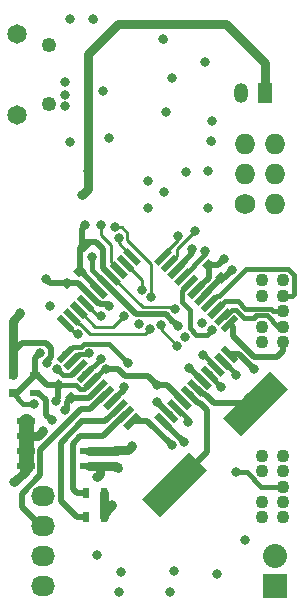
<source format=gbl>
G04 #@! TF.GenerationSoftware,KiCad,Pcbnew,(2017-01-24 revision 0b6147e)-makepkg*
G04 #@! TF.CreationDate,2017-01-30T11:51:45-08:00*
G04 #@! TF.ProjectId,derbyFX,646572627946582E6B696361645F7063,rev?*
G04 #@! TF.FileFunction,Copper,L4,Bot,Signal*
G04 #@! TF.FilePolarity,Positive*
%FSLAX46Y46*%
G04 Gerber Fmt 4.6, Leading zero omitted, Abs format (unit mm)*
G04 Created by KiCad (PCBNEW (2017-01-24 revision 0b6147e)-makepkg) date 01/30/17 11:51:45*
%MOMM*%
%LPD*%
G01*
G04 APERTURE LIST*
%ADD10C,0.100000*%
%ADD11C,0.560000*%
%ADD12R,2.032000X2.032000*%
%ADD13O,2.032000X2.032000*%
%ADD14C,1.727200*%
%ADD15O,1.727200X1.727200*%
%ADD16C,0.750000*%
%ADD17R,0.750000X0.800000*%
%ADD18R,1.200000X1.700000*%
%ADD19O,1.200000X1.700000*%
%ADD20R,0.500000X0.900000*%
%ADD21R,0.900000X0.500000*%
%ADD22R,1.550000X0.600000*%
%ADD23C,1.650000*%
%ADD24C,1.250000*%
%ADD25C,2.100580*%
%ADD26O,2.032000X1.727200*%
%ADD27C,1.100000*%
%ADD28C,0.800000*%
%ADD29C,0.508000*%
%ADD30C,0.254000*%
%ADD31C,0.762000*%
%ADD32C,1.270000*%
%ADD33C,0.381000*%
G04 APERTURE END LIST*
D10*
D11*
X93364998Y-60921852D03*
D10*
G36*
X92601323Y-60554156D02*
X92997302Y-60158177D01*
X94128673Y-61289548D01*
X93732694Y-61685527D01*
X92601323Y-60554156D01*
X92601323Y-60554156D01*
G37*
D11*
X93930684Y-60356167D03*
D10*
G36*
X93167009Y-59988471D02*
X93562988Y-59592492D01*
X94694359Y-60723863D01*
X94298380Y-61119842D01*
X93167009Y-59988471D01*
X93167009Y-59988471D01*
G37*
D11*
X94496369Y-59790482D03*
D10*
G36*
X93732694Y-59422786D02*
X94128673Y-59026807D01*
X95260044Y-60158178D01*
X94864065Y-60554157D01*
X93732694Y-59422786D01*
X93732694Y-59422786D01*
G37*
D11*
X95062054Y-59224796D03*
D10*
G36*
X94298379Y-58857100D02*
X94694358Y-58461121D01*
X95825729Y-59592492D01*
X95429750Y-59988471D01*
X94298379Y-58857100D01*
X94298379Y-58857100D01*
G37*
D11*
X95627740Y-58659111D03*
D10*
G36*
X94864065Y-58291415D02*
X95260044Y-57895436D01*
X96391415Y-59026807D01*
X95995436Y-59422786D01*
X94864065Y-58291415D01*
X94864065Y-58291415D01*
G37*
D11*
X96193425Y-58093425D03*
D10*
G36*
X95429750Y-57725729D02*
X95825729Y-57329750D01*
X96957100Y-58461121D01*
X96561121Y-58857100D01*
X95429750Y-57725729D01*
X95429750Y-57725729D01*
G37*
D11*
X96759111Y-57527740D03*
D10*
G36*
X95995436Y-57160044D02*
X96391415Y-56764065D01*
X97522786Y-57895436D01*
X97126807Y-58291415D01*
X95995436Y-57160044D01*
X95995436Y-57160044D01*
G37*
D11*
X97324796Y-56962054D03*
D10*
G36*
X96561121Y-56594358D02*
X96957100Y-56198379D01*
X98088471Y-57329750D01*
X97692492Y-57725729D01*
X96561121Y-56594358D01*
X96561121Y-56594358D01*
G37*
D11*
X97890482Y-56396369D03*
D10*
G36*
X97126807Y-56028673D02*
X97522786Y-55632694D01*
X98654157Y-56764065D01*
X98258178Y-57160044D01*
X97126807Y-56028673D01*
X97126807Y-56028673D01*
G37*
D11*
X98456167Y-55830684D03*
D10*
G36*
X97692492Y-55462988D02*
X98088471Y-55067009D01*
X99219842Y-56198380D01*
X98823863Y-56594359D01*
X97692492Y-55462988D01*
X97692492Y-55462988D01*
G37*
D11*
X99021852Y-55264998D03*
D10*
G36*
X98258177Y-54897302D02*
X98654156Y-54501323D01*
X99785527Y-55632694D01*
X99389548Y-56028673D01*
X98258177Y-54897302D01*
X98258177Y-54897302D01*
G37*
D11*
X101638148Y-55264998D03*
D10*
G36*
X102005844Y-54501323D02*
X102401823Y-54897302D01*
X101270452Y-56028673D01*
X100874473Y-55632694D01*
X102005844Y-54501323D01*
X102005844Y-54501323D01*
G37*
D11*
X102203833Y-55830684D03*
D10*
G36*
X102571529Y-55067009D02*
X102967508Y-55462988D01*
X101836137Y-56594359D01*
X101440158Y-56198380D01*
X102571529Y-55067009D01*
X102571529Y-55067009D01*
G37*
D11*
X102769518Y-56396369D03*
D10*
G36*
X103137214Y-55632694D02*
X103533193Y-56028673D01*
X102401822Y-57160044D01*
X102005843Y-56764065D01*
X103137214Y-55632694D01*
X103137214Y-55632694D01*
G37*
D11*
X103335204Y-56962054D03*
D10*
G36*
X103702900Y-56198379D02*
X104098879Y-56594358D01*
X102967508Y-57725729D01*
X102571529Y-57329750D01*
X103702900Y-56198379D01*
X103702900Y-56198379D01*
G37*
D11*
X103900889Y-57527740D03*
D10*
G36*
X104268585Y-56764065D02*
X104664564Y-57160044D01*
X103533193Y-58291415D01*
X103137214Y-57895436D01*
X104268585Y-56764065D01*
X104268585Y-56764065D01*
G37*
D11*
X104466575Y-58093425D03*
D10*
G36*
X104834271Y-57329750D02*
X105230250Y-57725729D01*
X104098879Y-58857100D01*
X103702900Y-58461121D01*
X104834271Y-57329750D01*
X104834271Y-57329750D01*
G37*
D11*
X105032260Y-58659111D03*
D10*
G36*
X105399956Y-57895436D02*
X105795935Y-58291415D01*
X104664564Y-59422786D01*
X104268585Y-59026807D01*
X105399956Y-57895436D01*
X105399956Y-57895436D01*
G37*
D11*
X105597946Y-59224796D03*
D10*
G36*
X105965642Y-58461121D02*
X106361621Y-58857100D01*
X105230250Y-59988471D01*
X104834271Y-59592492D01*
X105965642Y-58461121D01*
X105965642Y-58461121D01*
G37*
D11*
X106163631Y-59790482D03*
D10*
G36*
X106531327Y-59026807D02*
X106927306Y-59422786D01*
X105795935Y-60554157D01*
X105399956Y-60158178D01*
X106531327Y-59026807D01*
X106531327Y-59026807D01*
G37*
D11*
X106729316Y-60356167D03*
D10*
G36*
X107097012Y-59592492D02*
X107492991Y-59988471D01*
X106361620Y-61119842D01*
X105965641Y-60723863D01*
X107097012Y-59592492D01*
X107097012Y-59592492D01*
G37*
D11*
X107295002Y-60921852D03*
D10*
G36*
X107662698Y-60158177D02*
X108058677Y-60554156D01*
X106927306Y-61685527D01*
X106531327Y-61289548D01*
X107662698Y-60158177D01*
X107662698Y-60158177D01*
G37*
D11*
X107295002Y-63538148D03*
D10*
G36*
X106531327Y-63170452D02*
X106927306Y-62774473D01*
X108058677Y-63905844D01*
X107662698Y-64301823D01*
X106531327Y-63170452D01*
X106531327Y-63170452D01*
G37*
D11*
X106729316Y-64103833D03*
D10*
G36*
X105965641Y-63736137D02*
X106361620Y-63340158D01*
X107492991Y-64471529D01*
X107097012Y-64867508D01*
X105965641Y-63736137D01*
X105965641Y-63736137D01*
G37*
D11*
X106163631Y-64669518D03*
D10*
G36*
X105399956Y-64301822D02*
X105795935Y-63905843D01*
X106927306Y-65037214D01*
X106531327Y-65433193D01*
X105399956Y-64301822D01*
X105399956Y-64301822D01*
G37*
D11*
X105597946Y-65235204D03*
D10*
G36*
X104834271Y-64867508D02*
X105230250Y-64471529D01*
X106361621Y-65602900D01*
X105965642Y-65998879D01*
X104834271Y-64867508D01*
X104834271Y-64867508D01*
G37*
D11*
X105032260Y-65800889D03*
D10*
G36*
X104268585Y-65433193D02*
X104664564Y-65037214D01*
X105795935Y-66168585D01*
X105399956Y-66564564D01*
X104268585Y-65433193D01*
X104268585Y-65433193D01*
G37*
D11*
X104466575Y-66366575D03*
D10*
G36*
X103702900Y-65998879D02*
X104098879Y-65602900D01*
X105230250Y-66734271D01*
X104834271Y-67130250D01*
X103702900Y-65998879D01*
X103702900Y-65998879D01*
G37*
D11*
X103900889Y-66932260D03*
D10*
G36*
X103137214Y-66564564D02*
X103533193Y-66168585D01*
X104664564Y-67299956D01*
X104268585Y-67695935D01*
X103137214Y-66564564D01*
X103137214Y-66564564D01*
G37*
D11*
X103335204Y-67497946D03*
D10*
G36*
X102571529Y-67130250D02*
X102967508Y-66734271D01*
X104098879Y-67865642D01*
X103702900Y-68261621D01*
X102571529Y-67130250D01*
X102571529Y-67130250D01*
G37*
D11*
X102769518Y-68063631D03*
D10*
G36*
X102005843Y-67695935D02*
X102401822Y-67299956D01*
X103533193Y-68431327D01*
X103137214Y-68827306D01*
X102005843Y-67695935D01*
X102005843Y-67695935D01*
G37*
D11*
X102203833Y-68629316D03*
D10*
G36*
X101440158Y-68261620D02*
X101836137Y-67865641D01*
X102967508Y-68997012D01*
X102571529Y-69392991D01*
X101440158Y-68261620D01*
X101440158Y-68261620D01*
G37*
D11*
X101638148Y-69195002D03*
D10*
G36*
X100874473Y-68827306D02*
X101270452Y-68431327D01*
X102401823Y-69562698D01*
X102005844Y-69958677D01*
X100874473Y-68827306D01*
X100874473Y-68827306D01*
G37*
D11*
X99021852Y-69195002D03*
D10*
G36*
X99389548Y-68431327D02*
X99785527Y-68827306D01*
X98654156Y-69958677D01*
X98258177Y-69562698D01*
X99389548Y-68431327D01*
X99389548Y-68431327D01*
G37*
D11*
X98456167Y-68629316D03*
D10*
G36*
X98823863Y-67865641D02*
X99219842Y-68261620D01*
X98088471Y-69392991D01*
X97692492Y-68997012D01*
X98823863Y-67865641D01*
X98823863Y-67865641D01*
G37*
D11*
X97890482Y-68063631D03*
D10*
G36*
X98258178Y-67299956D02*
X98654157Y-67695935D01*
X97522786Y-68827306D01*
X97126807Y-68431327D01*
X98258178Y-67299956D01*
X98258178Y-67299956D01*
G37*
D11*
X97324796Y-67497946D03*
D10*
G36*
X97692492Y-66734271D02*
X98088471Y-67130250D01*
X96957100Y-68261621D01*
X96561121Y-67865642D01*
X97692492Y-66734271D01*
X97692492Y-66734271D01*
G37*
D11*
X96759111Y-66932260D03*
D10*
G36*
X97126807Y-66168585D02*
X97522786Y-66564564D01*
X96391415Y-67695935D01*
X95995436Y-67299956D01*
X97126807Y-66168585D01*
X97126807Y-66168585D01*
G37*
D11*
X96193425Y-66366575D03*
D10*
G36*
X96561121Y-65602900D02*
X96957100Y-65998879D01*
X95825729Y-67130250D01*
X95429750Y-66734271D01*
X96561121Y-65602900D01*
X96561121Y-65602900D01*
G37*
D11*
X95627740Y-65800889D03*
D10*
G36*
X95995436Y-65037214D02*
X96391415Y-65433193D01*
X95260044Y-66564564D01*
X94864065Y-66168585D01*
X95995436Y-65037214D01*
X95995436Y-65037214D01*
G37*
D11*
X95062054Y-65235204D03*
D10*
G36*
X95429750Y-64471529D02*
X95825729Y-64867508D01*
X94694358Y-65998879D01*
X94298379Y-65602900D01*
X95429750Y-64471529D01*
X95429750Y-64471529D01*
G37*
D11*
X94496369Y-64669518D03*
D10*
G36*
X94864065Y-63905843D02*
X95260044Y-64301822D01*
X94128673Y-65433193D01*
X93732694Y-65037214D01*
X94864065Y-63905843D01*
X94864065Y-63905843D01*
G37*
D11*
X93930684Y-64103833D03*
D10*
G36*
X94298380Y-63340158D02*
X94694359Y-63736137D01*
X93562988Y-64867508D01*
X93167009Y-64471529D01*
X94298380Y-63340158D01*
X94298380Y-63340158D01*
G37*
D11*
X93364998Y-63538148D03*
D10*
G36*
X93732694Y-62774473D02*
X94128673Y-63170452D01*
X92997302Y-64301823D01*
X92601323Y-63905844D01*
X93732694Y-62774473D01*
X93732694Y-62774473D01*
G37*
D12*
X111125000Y-83185000D03*
D13*
X111125000Y-80645000D03*
D14*
X108585000Y-50800000D03*
D15*
X111125000Y-50800000D03*
X108585000Y-48260000D03*
X111125000Y-48260000D03*
X108585000Y-45720000D03*
X111125000Y-45720000D03*
D16*
X106575330Y-57045330D03*
D10*
G36*
X107123338Y-57063008D02*
X106593008Y-57593338D01*
X106027322Y-57027652D01*
X106557652Y-56497322D01*
X107123338Y-57063008D01*
X107123338Y-57063008D01*
G37*
D16*
X105514670Y-55984670D03*
D10*
G36*
X106062678Y-56002348D02*
X105532348Y-56532678D01*
X104966662Y-55966992D01*
X105496992Y-55436662D01*
X106062678Y-56002348D01*
X106062678Y-56002348D01*
G37*
D16*
X93875330Y-67205330D03*
D10*
G36*
X93327322Y-67187652D02*
X93857652Y-66657322D01*
X94423338Y-67223008D01*
X93893008Y-67753338D01*
X93327322Y-67187652D01*
X93327322Y-67187652D01*
G37*
D16*
X92814670Y-66144670D03*
D10*
G36*
X92266662Y-66126992D02*
X92796992Y-65596662D01*
X93362678Y-66162348D01*
X92832348Y-66692678D01*
X92266662Y-66126992D01*
X92266662Y-66126992D01*
G37*
D16*
X94576370Y-56436790D03*
D10*
G36*
X94594048Y-55888782D02*
X95124378Y-56419112D01*
X94558692Y-56984798D01*
X94028362Y-56454468D01*
X94594048Y-55888782D01*
X94594048Y-55888782D01*
G37*
D16*
X93515710Y-57497450D03*
D10*
G36*
X93533388Y-56949442D02*
X94063718Y-57479772D01*
X93498032Y-58045458D01*
X92967702Y-57515128D01*
X93533388Y-56949442D01*
X93533388Y-56949442D01*
G37*
D17*
X97790000Y-73140000D03*
X97790000Y-71640000D03*
X88900000Y-65290000D03*
X88900000Y-66790000D03*
D18*
X110236000Y-41402000D03*
D19*
X108236000Y-41402000D03*
D20*
X95135000Y-75311000D03*
X96635000Y-75311000D03*
X96635000Y-77343000D03*
X95135000Y-77343000D03*
D21*
X90805000Y-66790000D03*
X90805000Y-65290000D03*
D22*
X90010000Y-73025000D03*
X90010000Y-71755000D03*
X90010000Y-70485000D03*
X90010000Y-69215000D03*
X95410000Y-69215000D03*
X95410000Y-70485000D03*
X95410000Y-71755000D03*
X95410000Y-73025000D03*
D23*
X89278000Y-36448000D03*
X89278000Y-43308000D03*
D24*
X91948000Y-42375940D03*
X91948000Y-37375940D03*
D25*
X102616338Y-74548662D03*
D10*
G36*
X101378859Y-77271476D02*
X99893524Y-75786141D01*
X103853817Y-71825848D01*
X105339152Y-73311183D01*
X101378859Y-77271476D01*
X101378859Y-77271476D01*
G37*
D25*
X109473662Y-67691338D03*
D10*
G36*
X108236183Y-70414152D02*
X106750848Y-68928817D01*
X110711141Y-64968524D01*
X112196476Y-66453859D01*
X108236183Y-70414152D01*
X108236183Y-70414152D01*
G37*
D26*
X91440000Y-83185000D03*
X91440000Y-80645000D03*
X91440000Y-78105000D03*
X91440000Y-75565000D03*
D27*
X111760000Y-57284000D03*
X111760000Y-58584000D03*
X111760000Y-59884000D03*
X111760000Y-61184000D03*
X111760000Y-62484000D03*
X111760000Y-77343000D03*
X111760000Y-76043000D03*
X111760000Y-74743000D03*
X111760000Y-73443000D03*
X111760000Y-72143000D03*
X109982000Y-72106000D03*
X109982000Y-73406000D03*
X109982000Y-57277000D03*
X109982000Y-58577000D03*
X109982000Y-76043000D03*
X109982000Y-77343000D03*
X109982000Y-62484000D03*
X109982000Y-61184000D03*
D28*
X106174540Y-82163920D03*
X93337380Y-68267580D03*
X106786680Y-55463438D03*
X102831900Y-62806580D03*
X104914424Y-60924269D03*
X99598302Y-61002403D03*
X101455220Y-61033660D03*
X100667821Y-58696860D03*
X91744800Y-57170320D03*
X97061020Y-59448700D03*
X92090240Y-59425840D03*
X97564914Y-52763597D03*
X98064972Y-82001856D03*
X93345000Y-40513000D03*
X93345000Y-42545000D03*
X89560400Y-60020200D03*
X91795600Y-64312800D03*
X98983800Y-71297800D03*
X91516200Y-70002400D03*
X89052400Y-74371200D03*
X102565200Y-81915000D03*
X108585000Y-79248000D03*
X103860600Y-64668400D03*
X105410000Y-47980600D03*
X101624000Y-36830000D03*
X93776800Y-35179000D03*
X95707200Y-35153600D03*
X93370400Y-41579800D03*
X103555800Y-48107600D03*
X105714800Y-45466000D03*
X105181400Y-38811200D03*
X102438200Y-40106600D03*
X101854000Y-43002200D03*
X96520000Y-41275000D03*
X97078800Y-45186600D03*
X93726000Y-45593000D03*
X102952412Y-61169059D03*
X95663115Y-55328512D03*
X92557600Y-67480180D03*
X103524295Y-62079570D03*
X102673543Y-59702757D03*
X95072200Y-52628798D03*
X105410000Y-51181000D03*
X96031236Y-80562636D03*
X102239998Y-83693000D03*
X97903915Y-83629115D03*
X91215841Y-63461199D03*
X90728800Y-67716400D03*
X96838737Y-64779026D03*
X101142800Y-66167000D03*
X107467400Y-56362600D03*
X96062800Y-73914000D03*
X97332800Y-76327000D03*
X105816400Y-43815000D03*
X100330000Y-48895000D03*
X101751000Y-49760000D03*
X100330000Y-51181000D03*
X95250000Y-48056800D03*
X94742000Y-50038000D03*
X103378000Y-70993000D03*
X98298000Y-66294000D03*
X92252800Y-69138712D03*
X98679000Y-64236600D03*
X95351600Y-63423800D03*
X96354103Y-63903854D03*
X101092000Y-67564000D03*
X104135663Y-54636960D03*
X105234740Y-54785260D03*
X92665234Y-64806522D03*
X96393000Y-60295618D03*
X97901188Y-53705364D03*
X99852299Y-58114757D03*
X96398080Y-52578000D03*
X100520515Y-61389117D03*
X98297891Y-60295619D03*
X102870000Y-53502560D03*
X104355900Y-53086000D03*
X94445663Y-61842789D03*
X102362000Y-71247000D03*
X105791000Y-61468000D03*
X109347000Y-64770000D03*
X107823000Y-65278000D03*
X105029000Y-63627000D03*
X107823000Y-73533000D03*
X106553000Y-66294000D03*
X103722452Y-69258151D03*
D29*
X93539455Y-67541205D02*
X93539455Y-68065505D01*
X93875330Y-67205330D02*
X93539455Y-67541205D01*
X93539455Y-68065505D02*
X93337380Y-68267580D01*
X106265448Y-55984670D02*
X106386681Y-55863437D01*
X105514670Y-55984670D02*
X106265448Y-55984670D01*
X106386681Y-55863437D02*
X106786680Y-55463438D01*
D30*
X101455220Y-61033660D02*
X101455220Y-61429900D01*
X101455220Y-61429900D02*
X102831900Y-62806580D01*
X100667821Y-58131175D02*
X100667821Y-58696860D01*
X100667821Y-55888505D02*
X100667821Y-58131175D01*
X98130599Y-52763597D02*
X98628199Y-53261197D01*
X98628199Y-53848883D02*
X100667821Y-55888505D01*
X98628199Y-53261197D02*
X98628199Y-53848883D01*
X97564914Y-52763597D02*
X98130599Y-52763597D01*
D29*
X93515710Y-57497450D02*
X92071930Y-57497450D01*
X92071930Y-57497450D02*
X91744800Y-57170320D01*
X95627740Y-58659111D02*
X96279739Y-59311110D01*
X96279739Y-59311110D02*
X96923430Y-59311110D01*
X96923430Y-59311110D02*
X97061020Y-59448700D01*
X95627740Y-58659111D02*
X94466079Y-57497450D01*
X94466079Y-57497450D02*
X93515710Y-57497450D01*
D31*
X88900000Y-65290000D02*
X88900000Y-63373000D01*
X88900000Y-63373000D02*
X88900000Y-60680600D01*
D29*
X91719400Y-62585600D02*
X89687400Y-62585600D01*
X89687400Y-62585600D02*
X88900000Y-63373000D01*
X92151200Y-63017400D02*
X91719400Y-62585600D01*
X92151200Y-63733582D02*
X92151200Y-63017400D01*
X91795600Y-64312800D02*
X91795600Y-64089182D01*
X91795600Y-64089182D02*
X92151200Y-63733582D01*
D31*
X88900000Y-60680600D02*
X89560400Y-60020200D01*
D29*
X104466575Y-58093425D02*
X105514670Y-57045330D01*
X105514670Y-57045330D02*
X105514670Y-55984670D01*
X93875330Y-67205330D02*
X95354670Y-67205330D01*
X95354670Y-67205330D02*
X96193425Y-66366575D01*
D31*
X97790000Y-71640000D02*
X98641600Y-71640000D01*
X98641600Y-71640000D02*
X98983800Y-71297800D01*
X95410000Y-71755000D02*
X97675000Y-71755000D01*
X97675000Y-71755000D02*
X97790000Y-71640000D01*
X90010000Y-70485000D02*
X91033600Y-70485000D01*
X91033600Y-70485000D02*
X91516200Y-70002400D01*
X90010000Y-73025000D02*
X90010000Y-73413600D01*
X90010000Y-73413600D02*
X89052400Y-74371200D01*
D32*
X90010000Y-70485000D02*
X90010000Y-69215000D01*
X90010000Y-71755000D02*
X90010000Y-70485000D01*
X90010000Y-73025000D02*
X90010000Y-71755000D01*
D29*
X105032260Y-65800889D02*
X104993089Y-65800889D01*
X104993089Y-65800889D02*
X103860600Y-64668400D01*
X95627740Y-58659111D02*
X95627740Y-58588400D01*
D31*
X101624000Y-36830000D02*
X101625400Y-36830000D01*
X95707200Y-35153600D02*
X95707200Y-35128200D01*
D33*
X93370400Y-41579800D02*
X93319600Y-41579800D01*
D31*
X105714800Y-45466000D02*
X105714800Y-45516800D01*
D29*
X93751400Y-45618400D02*
X93802200Y-45618400D01*
X93726000Y-45593000D02*
X93751400Y-45618400D01*
X102552413Y-60769060D02*
X102952412Y-61169059D01*
X102507882Y-60769060D02*
X102552413Y-60769060D01*
X96759111Y-57527740D02*
X99379773Y-60148402D01*
X99379773Y-60148402D02*
X101887224Y-60148402D01*
X101887224Y-60148402D02*
X102507882Y-60769060D01*
D33*
X95663115Y-55894197D02*
X95663115Y-55328512D01*
X95663115Y-56431744D02*
X95663115Y-55894197D01*
X96759111Y-57527740D02*
X95663115Y-56431744D01*
D29*
X92814670Y-66144670D02*
X92814670Y-66126890D01*
X92814670Y-66126890D02*
X92803980Y-66116200D01*
X92803980Y-66116200D02*
X92781120Y-66139060D01*
X92781120Y-66139060D02*
X92781120Y-67256660D01*
X92781120Y-67256660D02*
X92557600Y-67480180D01*
X103335204Y-67497946D02*
X102004258Y-66167000D01*
X102004258Y-66167000D02*
X101142800Y-66167000D01*
D30*
X102538177Y-59567391D02*
X102673543Y-59702757D01*
X99930133Y-59567391D02*
X102538177Y-59567391D01*
X97324796Y-56962054D02*
X99930133Y-59567391D01*
D29*
X97324796Y-56962054D02*
X96580960Y-56218218D01*
X96580960Y-56218218D02*
X96580960Y-54610000D01*
X96580960Y-54610000D02*
X95971360Y-54000400D01*
X95971360Y-54000400D02*
X95910400Y-54000400D01*
X94809455Y-54264560D02*
X94809455Y-54000400D01*
X94809455Y-54686200D02*
X94809455Y-54264560D01*
X94809455Y-54264560D02*
X94576370Y-54497645D01*
X94576370Y-54497645D02*
X94576370Y-56436790D01*
X96193425Y-58093425D02*
X96193425Y-58053845D01*
X96193425Y-58053845D02*
X94576370Y-56436790D01*
X95910400Y-54000400D02*
X95495255Y-54000400D01*
X95495255Y-54000400D02*
X94809455Y-54686200D01*
X94809455Y-54000400D02*
X94809455Y-52891543D01*
X95910400Y-54000400D02*
X94809455Y-54000400D01*
X94809455Y-52891543D02*
X95072200Y-52628798D01*
X90815842Y-63861198D02*
X91215841Y-63461199D01*
X90805000Y-63872040D02*
X90815842Y-63861198D01*
X90805000Y-65290000D02*
X90805000Y-63872040D01*
D33*
X88900000Y-66790000D02*
X89826400Y-67716400D01*
X89826400Y-67716400D02*
X90728800Y-67716400D01*
D29*
X98425000Y-65405000D02*
X100380800Y-65405000D01*
X100380800Y-65405000D02*
X101142800Y-66167000D01*
X97799026Y-64779026D02*
X98425000Y-65405000D01*
X96838737Y-64779026D02*
X97799026Y-64779026D01*
D33*
X92814670Y-66144670D02*
X94287882Y-66144670D01*
X94287882Y-66144670D02*
X94580496Y-66437284D01*
X94580496Y-66437284D02*
X94991345Y-66437284D01*
X94991345Y-66437284D02*
X95627740Y-65800889D01*
D29*
X91859670Y-66144670D02*
X92184340Y-66144670D01*
X91005000Y-65290000D02*
X91859670Y-66144670D01*
X92184340Y-66144670D02*
X92814670Y-66144670D01*
X90805000Y-65290000D02*
X91005000Y-65290000D01*
D33*
X96649603Y-64779026D02*
X96838737Y-64779026D01*
X95627740Y-65800889D02*
X96649603Y-64779026D01*
D29*
X88900000Y-66790000D02*
X89305000Y-66790000D01*
X89305000Y-66790000D02*
X90805000Y-65290000D01*
X106784670Y-57045330D02*
X107467400Y-56362600D01*
X106575330Y-57045330D02*
X106784670Y-57045330D01*
X105032260Y-58659111D02*
X105032260Y-58588400D01*
X105032260Y-58588400D02*
X106575330Y-57045330D01*
D31*
X96316800Y-73025000D02*
X97675000Y-73025000D01*
X95410000Y-73025000D02*
X96316800Y-73025000D01*
X96316800Y-73025000D02*
X96316800Y-73660000D01*
X96316800Y-73660000D02*
X96062800Y-73914000D01*
X97675000Y-73025000D02*
X97790000Y-73140000D01*
X96635000Y-77343000D02*
X96635000Y-77024800D01*
X96635000Y-77024800D02*
X97332800Y-76327000D01*
X96635000Y-75311000D02*
X96635000Y-77343000D01*
X95250000Y-49530000D02*
X94742000Y-50038000D01*
X95250000Y-38100000D02*
X95250000Y-48056800D01*
X95250000Y-48056800D02*
X95250000Y-49530000D01*
X110236000Y-41402000D02*
X110236000Y-38862000D01*
X110236000Y-38862000D02*
X106934000Y-35560000D01*
X106934000Y-35560000D02*
X97790000Y-35560000D01*
X97790000Y-35560000D02*
X95250000Y-38100000D01*
D29*
X101638148Y-69195002D02*
X101638148Y-69253148D01*
X101638148Y-69253148D02*
X103378000Y-70993000D01*
X91287600Y-78105000D02*
X91440000Y-78105000D01*
X91239001Y-71632423D02*
X91239001Y-73750218D01*
X94664076Y-68207348D02*
X91239001Y-71632423D01*
X89662000Y-75327219D02*
X89662000Y-76479400D01*
X95484023Y-68207348D02*
X94664076Y-68207348D01*
X91239001Y-73750218D02*
X89662000Y-75327219D01*
X96759111Y-66932260D02*
X95484023Y-68207348D01*
X89662000Y-76479400D02*
X91287600Y-78105000D01*
X97324796Y-67497946D02*
X98298000Y-66524742D01*
X98298000Y-66524742D02*
X98298000Y-66294000D01*
X95410000Y-70485000D02*
X94589600Y-70485000D01*
X94589600Y-70485000D02*
X93980000Y-71094600D01*
X93980000Y-71094600D02*
X93980000Y-74914000D01*
X93980000Y-74914000D02*
X94377000Y-75311000D01*
X94377000Y-75311000D02*
X95135000Y-75311000D01*
X98456167Y-68629316D02*
X96600483Y-70485000D01*
X96600483Y-70485000D02*
X95410000Y-70485000D01*
X92989400Y-75955400D02*
X92989400Y-71013398D01*
X92989400Y-71013398D02*
X94787798Y-69215000D01*
X94787798Y-69215000D02*
X95410000Y-69215000D01*
X95135000Y-77343000D02*
X94377000Y-77343000D01*
X94377000Y-77343000D02*
X92989400Y-75955400D01*
X95410000Y-69215000D02*
X96739113Y-69215000D01*
X96739113Y-69215000D02*
X97890482Y-68063631D01*
X91852801Y-68738713D02*
X92252800Y-69138712D01*
X90805000Y-66790000D02*
X91066324Y-66790000D01*
X91703598Y-68589510D02*
X91852801Y-68738713D01*
X91703598Y-67427274D02*
X91703598Y-68589510D01*
X91066324Y-66790000D02*
X91703598Y-67427274D01*
D33*
X98279001Y-63836601D02*
X98679000Y-64236600D01*
X97075698Y-62633298D02*
X98279001Y-63836601D01*
X94703703Y-62901753D02*
X94972158Y-62633298D01*
X94972158Y-62633298D02*
X97075698Y-62633298D01*
X94001393Y-62901753D02*
X94703703Y-62901753D01*
X93364998Y-63538148D02*
X94001393Y-62901753D01*
X93930684Y-64103833D02*
X94519184Y-63515333D01*
X94519184Y-63515333D02*
X95260067Y-63515333D01*
X95260067Y-63515333D02*
X95351600Y-63423800D01*
X96354103Y-63943155D02*
X96354103Y-63903854D01*
X95062054Y-65235204D02*
X96354103Y-63943155D01*
D29*
X102203833Y-68629316D02*
X102157316Y-68629316D01*
X102157316Y-68629316D02*
X101092000Y-67564000D01*
X103405913Y-55759974D02*
X103405913Y-55684419D01*
X102769518Y-56396369D02*
X103405913Y-55759974D01*
X103405913Y-55684419D02*
X104135663Y-54954669D01*
X104135663Y-54954669D02*
X104135663Y-54636960D01*
D33*
X105234740Y-54785260D02*
X105234740Y-55062518D01*
X105234740Y-55062518D02*
X103335204Y-56962054D01*
X93859974Y-65305913D02*
X93164625Y-65305913D01*
X93164625Y-65305913D02*
X93065233Y-65206521D01*
X94496369Y-64669518D02*
X93859974Y-65305913D01*
X93065233Y-65206521D02*
X92665234Y-64806522D01*
D30*
X96393000Y-60295618D02*
X96132876Y-60295618D01*
X96132876Y-60295618D02*
X95062054Y-59224796D01*
X97901188Y-54144334D02*
X97901188Y-53705364D01*
X99021852Y-55264998D02*
X97901188Y-54144334D01*
X99852299Y-57226816D02*
X99852299Y-57549072D01*
X99852299Y-57549072D02*
X99852299Y-58114757D01*
X98456167Y-55830684D02*
X99852299Y-57226816D01*
X96398080Y-53143685D02*
X96398080Y-52578000D01*
X96398080Y-53394627D02*
X96398080Y-53143685D01*
X97254087Y-54250634D02*
X96398080Y-53394627D01*
X97890482Y-56396369D02*
X97254087Y-55759974D01*
X97254087Y-55759974D02*
X97254087Y-54250634D01*
X95429935Y-61789116D02*
X100120516Y-61789116D01*
X94633381Y-60992562D02*
X95429935Y-61789116D01*
X94567079Y-60992562D02*
X94633381Y-60992562D01*
X100120516Y-61789116D02*
X100520515Y-61389117D01*
X93930684Y-60356167D02*
X94567079Y-60992562D01*
X95919887Y-61214000D02*
X97379510Y-61214000D01*
X94496369Y-59790482D02*
X95919887Y-61214000D01*
X97897892Y-60695618D02*
X98297891Y-60295619D01*
X97379510Y-61214000D02*
X97897892Y-60695618D01*
X102870000Y-53502560D02*
X102870000Y-53881020D01*
X102870000Y-53881020D02*
X101638148Y-55112872D01*
X101638148Y-55112872D02*
X101638148Y-55264998D01*
X102840228Y-54601672D02*
X103955901Y-53485999D01*
X102203833Y-55830684D02*
X102840228Y-55194289D01*
X103955901Y-53485999D02*
X104355900Y-53086000D01*
X102840228Y-55194289D02*
X102840228Y-54601672D01*
X94285935Y-61842789D02*
X94445663Y-61842789D01*
X93364998Y-60921852D02*
X94285935Y-61842789D01*
D29*
X107888327Y-67691338D02*
X109473662Y-67691338D01*
X105275574Y-67018574D02*
X105948338Y-67691338D01*
X105211897Y-67018574D02*
X105275574Y-67018574D01*
X105948338Y-67691338D02*
X107888327Y-67691338D01*
X104559898Y-66366575D02*
X105211897Y-67018574D01*
X104466575Y-66366575D02*
X104559898Y-66366575D01*
X105375001Y-68220879D02*
X105375001Y-71789999D01*
X104593028Y-67624399D02*
X104778521Y-67624399D01*
X104778521Y-67624399D02*
X105375001Y-68220879D01*
X105375001Y-71789999D02*
X104667194Y-72497806D01*
X103900889Y-66932260D02*
X104593028Y-67624399D01*
X104667194Y-72497806D02*
X102616338Y-74548662D01*
X99021852Y-69195002D02*
X100310002Y-69195002D01*
X100310002Y-69195002D02*
X102362000Y-71247000D01*
D33*
X103900889Y-57527740D02*
X103264494Y-58164135D01*
X103264494Y-58164135D02*
X103264494Y-59123764D01*
X103264494Y-59123764D02*
X103898643Y-59757913D01*
X103898643Y-59757913D02*
X103898643Y-61299852D01*
X104466790Y-61867999D02*
X105391001Y-61867999D01*
X103898643Y-61299852D02*
X104466790Y-61867999D01*
X105391001Y-61867999D02*
X105791000Y-61468000D01*
X112700501Y-58421316D02*
X112537817Y-58584000D01*
X112700501Y-56832559D02*
X112700501Y-58421316D01*
X112204441Y-56336499D02*
X112700501Y-56832559D01*
X108663445Y-56336499D02*
X112204441Y-56336499D01*
X106411543Y-58588401D02*
X108663445Y-56336499D01*
X106234341Y-58588401D02*
X106411543Y-58588401D01*
X105597946Y-59224796D02*
X106234341Y-58588401D01*
X112537817Y-58584000D02*
X111760000Y-58584000D01*
X107950000Y-59055000D02*
X108557488Y-59662488D01*
X108557488Y-59662488D02*
X110760671Y-59662488D01*
X110760671Y-59662488D02*
X110982183Y-59884000D01*
X110982183Y-59884000D02*
X111760000Y-59884000D01*
X106899113Y-59055000D02*
X107950000Y-59055000D01*
X106163631Y-59790482D02*
X106899113Y-59055000D01*
X109530559Y-60243499D02*
X110433441Y-60243499D01*
X111373942Y-61184000D02*
X111760000Y-61184000D01*
X109309047Y-60465011D02*
X109530559Y-60243499D01*
X108521799Y-60465011D02*
X109309047Y-60465011D01*
X107824455Y-59767667D02*
X108521799Y-60465011D01*
X107500941Y-59767667D02*
X107824455Y-59767667D01*
X106729316Y-60356167D02*
X106912441Y-60356167D01*
X110433441Y-60243499D02*
X111373942Y-61184000D01*
X106912441Y-60356167D02*
X107500941Y-59767667D01*
D29*
X111760000Y-63246000D02*
X111760000Y-62484000D01*
X111252000Y-63754000D02*
X111760000Y-63246000D01*
X109347000Y-63754000D02*
X111252000Y-63754000D01*
X107563701Y-61970701D02*
X109347000Y-63754000D01*
X107295002Y-60921852D02*
X107563701Y-61190551D01*
X107563701Y-61190551D02*
X107563701Y-61970701D01*
X107295002Y-63538148D02*
X108115148Y-63538148D01*
X108115148Y-63538148D02*
X109347000Y-64770000D01*
D33*
X107823000Y-65278000D02*
X107823000Y-65197517D01*
X107823000Y-65197517D02*
X106729316Y-64103833D01*
X105029000Y-63627000D02*
X105121113Y-63627000D01*
X105121113Y-63627000D02*
X106163631Y-64669518D01*
X109922000Y-74743000D02*
X108712000Y-73533000D01*
X108712000Y-73533000D02*
X107823000Y-73533000D01*
X111760000Y-74743000D02*
X109922000Y-74743000D01*
X105597946Y-65235204D02*
X105597946Y-65338946D01*
X105597946Y-65338946D02*
X106553000Y-66294000D01*
X103722452Y-69016565D02*
X103722452Y-69258151D01*
X102769518Y-68063631D02*
X103722452Y-69016565D01*
M02*

</source>
